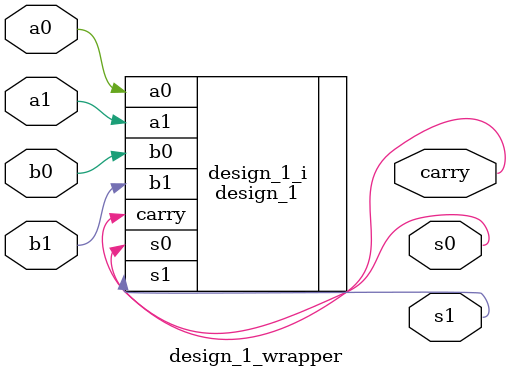
<source format=v>
`timescale 1 ps / 1 ps

module design_1_wrapper
   (a0,
    a1,
    b0,
    b1,
    carry,
    s0,
    s1);
  input a0;
  input a1;
  input b0;
  input b1;
  output carry;
  output s0;
  output s1;

  wire a0;
  wire a1;
  wire b0;
  wire b1;
  wire carry;
  wire s0;
  wire s1;

  design_1 design_1_i
       (.a0(a0),
        .a1(a1),
        .b0(b0),
        .b1(b1),
        .carry(carry),
        .s0(s0),
        .s1(s1));
endmodule

</source>
